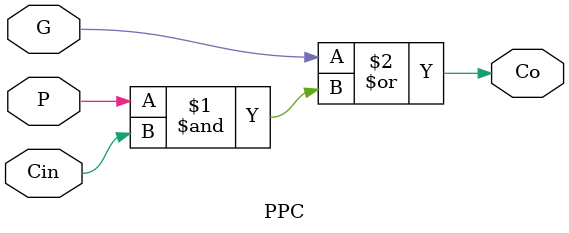
<source format=sv>
module PPC (
	input logic P, G, Cin,
	output logic Co
);
assign Co = G | (P & Cin);
endmodule

</source>
